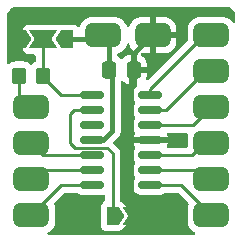
<source format=gbr>
%TF.GenerationSoftware,KiCad,Pcbnew,6.0.6-3a73a75311~116~ubuntu20.04.1*%
%TF.CreationDate,2022-07-03T10:11:37+02:00*%
%TF.ProjectId,MD_Mod,4d445f4d-6f64-42e6-9b69-6361645f7063,rev?*%
%TF.SameCoordinates,Original*%
%TF.FileFunction,Copper,L1,Top*%
%TF.FilePolarity,Positive*%
%FSLAX46Y46*%
G04 Gerber Fmt 4.6, Leading zero omitted, Abs format (unit mm)*
G04 Created by KiCad (PCBNEW 6.0.6-3a73a75311~116~ubuntu20.04.1) date 2022-07-03 10:11:37*
%MOMM*%
%LPD*%
G01*
G04 APERTURE LIST*
G04 Aperture macros list*
%AMRoundRect*
0 Rectangle with rounded corners*
0 $1 Rounding radius*
0 $2 $3 $4 $5 $6 $7 $8 $9 X,Y pos of 4 corners*
0 Add a 4 corners polygon primitive as box body*
4,1,4,$2,$3,$4,$5,$6,$7,$8,$9,$2,$3,0*
0 Add four circle primitives for the rounded corners*
1,1,$1+$1,$2,$3*
1,1,$1+$1,$4,$5*
1,1,$1+$1,$6,$7*
1,1,$1+$1,$8,$9*
0 Add four rect primitives between the rounded corners*
20,1,$1+$1,$2,$3,$4,$5,0*
20,1,$1+$1,$4,$5,$6,$7,0*
20,1,$1+$1,$6,$7,$8,$9,0*
20,1,$1+$1,$8,$9,$2,$3,0*%
%AMFreePoly0*
4,1,6,1.000000,0.000000,0.500000,-0.750000,-0.500000,-0.750000,-0.500000,0.750000,0.500000,0.750000,1.000000,0.000000,1.000000,0.000000,$1*%
%AMFreePoly1*
4,1,7,0.700000,0.000000,1.200000,-0.750000,-1.200000,-0.750000,-0.700000,0.000000,-1.200000,0.750000,1.200000,0.750000,0.700000,0.000000,0.700000,0.000000,$1*%
%AMFreePoly2*
4,1,6,0.500000,-0.750000,-0.650000,-0.750000,-0.150000,0.000000,-0.650000,0.750000,0.500000,0.750000,0.500000,-0.750000,0.500000,-0.750000,$1*%
G04 Aperture macros list end*
%TA.AperFunction,SMDPad,CuDef*%
%ADD10RoundRect,0.500000X-1.000000X-0.500000X1.000000X-0.500000X1.000000X0.500000X-1.000000X0.500000X0*%
%TD*%
%TA.AperFunction,SMDPad,CuDef*%
%ADD11FreePoly0,0.000000*%
%TD*%
%TA.AperFunction,SMDPad,CuDef*%
%ADD12FreePoly1,0.000000*%
%TD*%
%TA.AperFunction,SMDPad,CuDef*%
%ADD13FreePoly0,180.000000*%
%TD*%
%TA.AperFunction,SMDPad,CuDef*%
%ADD14RoundRect,0.250000X-0.350000X-0.450000X0.350000X-0.450000X0.350000X0.450000X-0.350000X0.450000X0*%
%TD*%
%TA.AperFunction,SMDPad,CuDef*%
%ADD15FreePoly2,0.000000*%
%TD*%
%TA.AperFunction,SMDPad,CuDef*%
%ADD16RoundRect,0.150000X-0.825000X-0.150000X0.825000X-0.150000X0.825000X0.150000X-0.825000X0.150000X0*%
%TD*%
%TA.AperFunction,SMDPad,CuDef*%
%ADD17RoundRect,0.250000X-0.337500X-0.475000X0.337500X-0.475000X0.337500X0.475000X-0.337500X0.475000X0*%
%TD*%
%TA.AperFunction,Conductor*%
%ADD18C,0.400000*%
%TD*%
%TA.AperFunction,Conductor*%
%ADD19C,0.250000*%
%TD*%
G04 APERTURE END LIST*
D10*
%TO.P,J11,1,Pin_1*%
%TO.N,_VIDEO*%
X154940000Y-112268000D03*
%TD*%
%TO.P,J10,1,Pin_1*%
%TO.N,_LANGUAGE*%
X154940000Y-109220000D03*
%TD*%
%TO.P,J12,1,Pin_1*%
%TO.N,Net-(J12-Pad1)*%
X139700000Y-103124000D03*
%TD*%
%TO.P,J1,1,Pin_1*%
%TO.N,VCC*%
X145796000Y-97028000D03*
%TD*%
%TO.P,J5,1,Pin_1*%
%TO.N,RED*%
X139700000Y-106172000D03*
%TD*%
D11*
%TO.P,JP2,1,A*%
%TO.N,GND*%
X138716000Y-97383600D03*
D12*
%TO.P,JP2,2,C*%
%TO.N,LED_TYPE*%
X140716000Y-97383600D03*
D13*
%TO.P,JP2,3,B*%
%TO.N,VCC*%
X142716000Y-97383600D03*
%TD*%
D10*
%TO.P,J7,1,Pin_1*%
%TO.N,RESET_OUT*%
X154940000Y-106172000D03*
%TD*%
D14*
%TO.P,R1,1*%
%TO.N,Net-(J12-Pad1)*%
X138700000Y-100457000D03*
%TO.P,R1,2*%
%TO.N,LED_TYPE*%
X140700000Y-100457000D03*
%TD*%
D11*
%TO.P,JP1,1,A*%
%TO.N,MCD_MODE*%
X146595000Y-112323000D03*
D15*
%TO.P,JP1,2,B*%
%TO.N,GND*%
X148045000Y-112323000D03*
%TD*%
D10*
%TO.P,J2,1,Pin_1*%
%TO.N,GND*%
X149987000Y-97028000D03*
%TD*%
D16*
%TO.P,U1,1,PB5*%
%TO.N,LED_TYPE*%
X144845000Y-102108000D03*
%TO.P,U1,2,PB6*%
%TO.N,MCD_MODE*%
X144845000Y-103378000D03*
%TO.P,U1,3,PB7*%
%TO.N,unconnected-(U1-Pad3)*%
X144845000Y-104648000D03*
%TO.P,U1,4,VDD*%
%TO.N,VCC*%
X144845000Y-105918000D03*
%TO.P,U1,5,PA7*%
%TO.N,RED*%
X144845000Y-107188000D03*
%TO.P,U1,6,PA6*%
%TO.N,GREEN*%
X144845000Y-108458000D03*
%TO.P,U1,7,PA5*%
%TO.N,BLUE*%
X144845000Y-109728000D03*
%TO.P,U1,8,PA3*%
%TO.N,_VIDEO*%
X149795000Y-109728000D03*
%TO.P,U1,9,PA4*%
%TO.N,_LANGUAGE*%
X149795000Y-108458000D03*
%TO.P,U1,10,PA0*%
%TO.N,RESET_OUT*%
X149795000Y-107188000D03*
%TO.P,U1,11,GND*%
%TO.N,GND*%
X149795000Y-105918000D03*
%TO.P,U1,12,PB0*%
%TO.N,BUTTON*%
X149795000Y-104648000D03*
%TO.P,U1,13,PB1*%
%TO.N,VIDEO*%
X149795000Y-103378000D03*
%TO.P,U1,14,PB2*%
%TO.N,LANGUAGE*%
X149795000Y-102108000D03*
%TD*%
D10*
%TO.P,J8,1,Pin_1*%
%TO.N,LANGUAGE*%
X154940000Y-97028000D03*
%TD*%
%TO.P,J4,1,Pin_1*%
%TO.N,GREEN*%
X139700000Y-109220000D03*
%TD*%
%TO.P,J3,1,Pin_1*%
%TO.N,BLUE*%
X139700000Y-112268000D03*
%TD*%
%TO.P,J9,1,Pin_1*%
%TO.N,VIDEO*%
X154940000Y-100076000D03*
%TD*%
%TO.P,J6,1,Pin_1*%
%TO.N,BUTTON*%
X154940000Y-103124000D03*
%TD*%
D17*
%TO.P,C1,1*%
%TO.N,VCC*%
X146293250Y-99949000D03*
%TO.P,C1,2*%
%TO.N,GND*%
X148368250Y-99949000D03*
%TD*%
D18*
%TO.N,VCC*%
X142716000Y-97383600D02*
X145440400Y-97383600D01*
X146293250Y-97779250D02*
X145796000Y-97282000D01*
X146558000Y-100213750D02*
X146293250Y-99949000D01*
X146293250Y-99949000D02*
X146293250Y-97525250D01*
X145796000Y-105918000D02*
X146558000Y-105156000D01*
X144845000Y-105918000D02*
X145796000Y-105918000D01*
X146558000Y-105156000D02*
X146558000Y-100213750D01*
X145440400Y-97383600D02*
X145796000Y-97028000D01*
X146293250Y-97525250D02*
X145796000Y-97028000D01*
%TO.N,GND*%
X148172000Y-100145250D02*
X148368250Y-99949000D01*
X149987000Y-97028000D02*
X149860000Y-97028000D01*
X148172000Y-105754000D02*
X148172000Y-100145250D01*
X149860000Y-97028000D02*
X148368250Y-98519750D01*
X148368250Y-99949000D02*
X148368250Y-98519750D01*
X148172000Y-112323000D02*
X148172000Y-105754000D01*
X149795000Y-105918000D02*
X148336000Y-105918000D01*
X148336000Y-105918000D02*
X148172000Y-105754000D01*
D19*
%TO.N,RED*%
X144845000Y-107188000D02*
X140716000Y-107188000D01*
X140716000Y-107188000D02*
X139700000Y-106172000D01*
%TO.N,GREEN*%
X144845000Y-108458000D02*
X140462000Y-108458000D01*
X140462000Y-108458000D02*
X139700000Y-109220000D01*
%TO.N,BLUE*%
X144845000Y-109728000D02*
X142240000Y-109728000D01*
X142240000Y-109728000D02*
X139700000Y-112268000D01*
%TO.N,BUTTON*%
X154305000Y-103124000D02*
X154940000Y-103124000D01*
X153416000Y-104648000D02*
X154940000Y-103124000D01*
X149795000Y-104648000D02*
X153416000Y-104648000D01*
%TO.N,RESET_OUT*%
X154305000Y-106172000D02*
X154940000Y-106172000D01*
X153289000Y-107188000D02*
X154305000Y-106172000D01*
X149795000Y-107188000D02*
X153289000Y-107188000D01*
%TO.N,LANGUAGE*%
X149795000Y-102108000D02*
X149795000Y-101538000D01*
X154305000Y-97028000D02*
X154940000Y-97028000D01*
X149795000Y-101538000D02*
X154305000Y-97028000D01*
%TO.N,VIDEO*%
X154432000Y-100076000D02*
X154940000Y-100076000D01*
X149795000Y-103378000D02*
X151130000Y-103378000D01*
X151130000Y-103378000D02*
X154432000Y-100076000D01*
%TO.N,_LANGUAGE*%
X149795000Y-108458000D02*
X154178000Y-108458000D01*
X154178000Y-108458000D02*
X154940000Y-109220000D01*
%TO.N,_VIDEO*%
X149795000Y-109728000D02*
X152400000Y-109728000D01*
X152400000Y-109728000D02*
X154940000Y-112268000D01*
%TO.N,MCD_MODE*%
X143002000Y-103695500D02*
X143319500Y-103378000D01*
X143319500Y-103378000D02*
X144845000Y-103378000D01*
X145221072Y-103378000D02*
X144845000Y-103378000D01*
X143002000Y-106172000D02*
X143002000Y-103695500D01*
X146595000Y-107034500D02*
X146103020Y-106542520D01*
X146595000Y-112323000D02*
X146595000Y-107034500D01*
X143372520Y-106542520D02*
X143002000Y-106172000D01*
X146103020Y-106542520D02*
X143372520Y-106542520D01*
%TO.N,Net-(J12-Pad1)*%
X138700000Y-102124000D02*
X138700000Y-100457000D01*
X139700000Y-103124000D02*
X138700000Y-102124000D01*
%TO.N,LED_TYPE*%
X140700000Y-100568000D02*
X140700000Y-100457000D01*
X140700000Y-100457000D02*
X140700000Y-97399600D01*
X144845000Y-102108000D02*
X142240000Y-102108000D01*
X142240000Y-102108000D02*
X140700000Y-100568000D01*
%TD*%
%TA.AperFunction,Conductor*%
%TO.N,GND*%
G36*
X156180018Y-94617000D02*
G01*
X156194852Y-94619310D01*
X156194855Y-94619310D01*
X156203724Y-94620691D01*
X156213659Y-94619392D01*
X156214746Y-94619250D01*
X156243431Y-94618793D01*
X156316741Y-94626013D01*
X156346212Y-94628916D01*
X156370432Y-94633733D01*
X156489546Y-94669866D01*
X156512355Y-94679315D01*
X156622124Y-94737987D01*
X156642655Y-94751705D01*
X156738876Y-94830671D01*
X156756329Y-94848124D01*
X156835295Y-94944345D01*
X156849013Y-94964876D01*
X156907685Y-95074645D01*
X156917134Y-95097454D01*
X156953267Y-95216568D01*
X156958084Y-95240789D01*
X156967541Y-95336809D01*
X156967091Y-95352868D01*
X156967800Y-95352877D01*
X156967690Y-95361853D01*
X156966309Y-95370724D01*
X156967473Y-95379626D01*
X156967473Y-95379628D01*
X156970436Y-95402283D01*
X156971500Y-95418621D01*
X156971500Y-95841158D01*
X156951498Y-95909279D01*
X156897842Y-95955772D01*
X156827568Y-95965876D01*
X156762988Y-95936382D01*
X156740796Y-95911252D01*
X156723073Y-95884777D01*
X156583223Y-95744927D01*
X156578104Y-95741500D01*
X156578099Y-95741496D01*
X156423996Y-95638334D01*
X156423992Y-95638332D01*
X156418873Y-95634905D01*
X156236284Y-95558900D01*
X156230248Y-95557683D01*
X156230245Y-95557682D01*
X156046996Y-95520733D01*
X156046995Y-95520733D01*
X156042408Y-95519808D01*
X156036328Y-95519500D01*
X153843672Y-95519500D01*
X153837592Y-95519808D01*
X153833005Y-95520733D01*
X153833004Y-95520733D01*
X153649755Y-95557682D01*
X153649752Y-95557683D01*
X153643716Y-95558900D01*
X153461127Y-95634905D01*
X153456008Y-95638332D01*
X153456004Y-95638334D01*
X153301901Y-95741496D01*
X153301896Y-95741500D01*
X153296777Y-95744927D01*
X153156927Y-95884777D01*
X153153500Y-95889896D01*
X153153496Y-95889901D01*
X153050334Y-96044004D01*
X153050332Y-96044008D01*
X153046905Y-96049127D01*
X152970900Y-96231716D01*
X152969684Y-96237748D01*
X152969682Y-96237755D01*
X152932897Y-96420189D01*
X152931808Y-96425592D01*
X152931500Y-96431672D01*
X152931500Y-97453405D01*
X152911498Y-97521526D01*
X152894595Y-97542500D01*
X149628077Y-100809018D01*
X149565765Y-100843044D01*
X149494950Y-100837979D01*
X149438114Y-100795432D01*
X149413303Y-100728912D01*
X149419389Y-100680255D01*
X149450888Y-100585290D01*
X149453755Y-100571914D01*
X149463422Y-100477562D01*
X149463750Y-100471146D01*
X149463750Y-100221115D01*
X149459275Y-100205876D01*
X149457885Y-100204671D01*
X149450202Y-100203000D01*
X148640365Y-100203000D01*
X148625126Y-100207475D01*
X148623921Y-100208865D01*
X148622250Y-100216548D01*
X148622250Y-101163884D01*
X148626725Y-101179123D01*
X148643214Y-101193411D01*
X148681598Y-101253137D01*
X148681598Y-101324134D01*
X148643215Y-101383860D01*
X148624854Y-101397081D01*
X148563193Y-101433547D01*
X148445547Y-101551193D01*
X148441511Y-101558017D01*
X148441509Y-101558020D01*
X148393522Y-101639162D01*
X148360855Y-101694399D01*
X148314438Y-101854169D01*
X148313934Y-101860574D01*
X148313933Y-101860579D01*
X148311693Y-101889042D01*
X148311500Y-101891498D01*
X148311500Y-102324502D01*
X148311693Y-102326950D01*
X148311693Y-102326958D01*
X148312277Y-102334372D01*
X148314438Y-102361831D01*
X148360855Y-102521601D01*
X148445547Y-102664807D01*
X148448229Y-102667489D01*
X148473502Y-102731861D01*
X148459600Y-102801484D01*
X148449428Y-102817312D01*
X148445547Y-102821193D01*
X148360855Y-102964399D01*
X148314438Y-103124169D01*
X148311500Y-103161498D01*
X148311500Y-103594502D01*
X148311693Y-103596950D01*
X148311693Y-103596958D01*
X148312546Y-103607789D01*
X148314438Y-103631831D01*
X148360855Y-103791601D01*
X148445547Y-103934807D01*
X148448229Y-103937489D01*
X148473502Y-104001861D01*
X148459600Y-104071484D01*
X148449428Y-104087312D01*
X148445547Y-104091193D01*
X148360855Y-104234399D01*
X148358644Y-104242010D01*
X148358643Y-104242012D01*
X148348300Y-104277614D01*
X148314438Y-104394169D01*
X148313934Y-104400574D01*
X148313933Y-104400579D01*
X148313422Y-104407073D01*
X148311500Y-104431498D01*
X148311500Y-104864502D01*
X148311693Y-104866950D01*
X148311693Y-104866958D01*
X148313766Y-104893289D01*
X148314438Y-104901831D01*
X148343472Y-105001769D01*
X148350052Y-105024415D01*
X148360855Y-105061601D01*
X148364892Y-105068427D01*
X148438702Y-105193232D01*
X148445547Y-105204807D01*
X148448487Y-105207747D01*
X148473820Y-105272266D01*
X148459921Y-105341889D01*
X148447874Y-105360636D01*
X148441910Y-105368324D01*
X148365352Y-105497779D01*
X148359107Y-105512210D01*
X148320061Y-105646605D01*
X148320101Y-105660706D01*
X148327370Y-105664000D01*
X151256878Y-105664000D01*
X151270409Y-105660027D01*
X151271544Y-105652129D01*
X151230893Y-105512210D01*
X151224648Y-105497779D01*
X151209189Y-105471639D01*
X151191730Y-105402823D01*
X151214247Y-105335491D01*
X151269591Y-105291022D01*
X151317643Y-105281500D01*
X152835956Y-105281500D01*
X152904077Y-105301502D01*
X152950570Y-105355158D01*
X152959470Y-105432404D01*
X152931808Y-105569592D01*
X152931500Y-105575672D01*
X152931500Y-106428500D01*
X152911498Y-106496621D01*
X152857842Y-106543114D01*
X152805500Y-106554500D01*
X151317643Y-106554500D01*
X151249522Y-106534498D01*
X151203029Y-106480842D01*
X151192925Y-106410568D01*
X151209189Y-106364361D01*
X151224648Y-106338221D01*
X151230893Y-106323790D01*
X151269939Y-106189395D01*
X151269899Y-106175294D01*
X151262630Y-106172000D01*
X148333122Y-106172000D01*
X148319591Y-106175973D01*
X148318456Y-106183871D01*
X148359107Y-106323790D01*
X148365352Y-106338221D01*
X148441911Y-106467677D01*
X148447871Y-106475360D01*
X148473820Y-106541444D01*
X148459922Y-106611067D01*
X148449579Y-106627161D01*
X148445547Y-106631193D01*
X148360855Y-106774399D01*
X148314438Y-106934169D01*
X148311500Y-106971498D01*
X148311500Y-107404502D01*
X148314438Y-107441831D01*
X148360855Y-107601601D01*
X148445547Y-107744807D01*
X148448229Y-107747489D01*
X148473502Y-107811861D01*
X148459600Y-107881484D01*
X148449428Y-107897312D01*
X148445547Y-107901193D01*
X148360855Y-108044399D01*
X148314438Y-108204169D01*
X148311500Y-108241498D01*
X148311500Y-108674502D01*
X148314438Y-108711831D01*
X148360855Y-108871601D01*
X148445547Y-109014807D01*
X148448229Y-109017489D01*
X148473502Y-109081861D01*
X148459600Y-109151484D01*
X148449428Y-109167312D01*
X148445547Y-109171193D01*
X148360855Y-109314399D01*
X148314438Y-109474169D01*
X148311500Y-109511498D01*
X148311500Y-109944502D01*
X148314438Y-109981831D01*
X148360855Y-110141601D01*
X148364892Y-110148427D01*
X148441509Y-110277980D01*
X148441511Y-110277983D01*
X148445547Y-110284807D01*
X148563193Y-110402453D01*
X148570017Y-110406489D01*
X148570020Y-110406491D01*
X148570614Y-110406842D01*
X148706399Y-110487145D01*
X148714010Y-110489356D01*
X148714012Y-110489357D01*
X148746210Y-110498711D01*
X148866169Y-110533562D01*
X148872574Y-110534066D01*
X148872579Y-110534067D01*
X148901042Y-110536307D01*
X148901050Y-110536307D01*
X148903498Y-110536500D01*
X150686502Y-110536500D01*
X150688950Y-110536307D01*
X150688958Y-110536307D01*
X150717421Y-110534067D01*
X150717426Y-110534066D01*
X150723831Y-110533562D01*
X150843790Y-110498711D01*
X150875988Y-110489357D01*
X150875990Y-110489356D01*
X150883601Y-110487145D01*
X151019386Y-110406842D01*
X151019980Y-110406491D01*
X151019983Y-110406489D01*
X151026807Y-110402453D01*
X151032416Y-110396844D01*
X151038675Y-110391989D01*
X151039844Y-110393496D01*
X151093167Y-110364379D01*
X151119950Y-110361500D01*
X152085406Y-110361500D01*
X152153527Y-110381502D01*
X152174501Y-110398405D01*
X152992645Y-111216549D01*
X153026671Y-111278861D01*
X153019874Y-111354064D01*
X152970900Y-111471716D01*
X152969683Y-111477752D01*
X152969682Y-111477755D01*
X152949569Y-111577506D01*
X152931808Y-111665592D01*
X152931500Y-111671672D01*
X152931500Y-112864328D01*
X152931808Y-112870408D01*
X152970900Y-113064284D01*
X153046905Y-113246873D01*
X153050332Y-113251992D01*
X153050334Y-113251996D01*
X153153496Y-113406099D01*
X153153500Y-113406104D01*
X153156927Y-113411223D01*
X153296777Y-113551073D01*
X153301896Y-113554500D01*
X153301901Y-113554504D01*
X153456004Y-113657666D01*
X153456008Y-113657668D01*
X153461127Y-113661095D01*
X153497358Y-113676177D01*
X153552559Y-113720820D01*
X153574862Y-113788222D01*
X153557185Y-113856983D01*
X153505138Y-113905271D01*
X153448935Y-113918500D01*
X141191065Y-113918500D01*
X141122944Y-113898498D01*
X141076451Y-113844842D01*
X141066347Y-113774568D01*
X141095841Y-113709988D01*
X141142641Y-113676177D01*
X141178873Y-113661095D01*
X141183992Y-113657668D01*
X141183996Y-113657666D01*
X141338099Y-113554504D01*
X141338104Y-113554500D01*
X141343223Y-113551073D01*
X141483073Y-113411223D01*
X141486500Y-113406104D01*
X141486504Y-113406099D01*
X141589666Y-113251996D01*
X141589668Y-113251992D01*
X141593095Y-113246873D01*
X141669100Y-113064284D01*
X141708192Y-112870408D01*
X141708500Y-112864328D01*
X141708500Y-111671672D01*
X141708192Y-111665592D01*
X141690431Y-111577506D01*
X141670318Y-111477755D01*
X141670317Y-111477752D01*
X141669100Y-111471716D01*
X141620126Y-111354064D01*
X141612413Y-111283490D01*
X141647355Y-111216549D01*
X142465499Y-110398405D01*
X142527811Y-110364379D01*
X142554594Y-110361500D01*
X143520050Y-110361500D01*
X143588171Y-110381502D01*
X143601271Y-110392059D01*
X143601325Y-110391989D01*
X143607584Y-110396844D01*
X143613193Y-110402453D01*
X143620017Y-110406489D01*
X143620020Y-110406491D01*
X143620614Y-110406842D01*
X143756399Y-110487145D01*
X143764010Y-110489356D01*
X143764012Y-110489357D01*
X143796210Y-110498711D01*
X143916169Y-110533562D01*
X143922574Y-110534066D01*
X143922579Y-110534067D01*
X143951042Y-110536307D01*
X143951050Y-110536307D01*
X143953498Y-110536500D01*
X145736502Y-110536500D01*
X145738950Y-110536307D01*
X145738958Y-110536307D01*
X145767421Y-110534067D01*
X145767426Y-110534066D01*
X145773831Y-110533562D01*
X145800349Y-110525858D01*
X145871342Y-110526060D01*
X145930959Y-110564614D01*
X145960268Y-110629278D01*
X145961500Y-110646855D01*
X145961500Y-110989637D01*
X145941498Y-111057758D01*
X145888522Y-111103660D01*
X145881589Y-111105696D01*
X145874008Y-111110568D01*
X145766159Y-111179878D01*
X145766156Y-111179880D01*
X145758579Y-111184750D01*
X145752678Y-111191560D01*
X145668726Y-111288445D01*
X145668724Y-111288448D01*
X145662824Y-111295257D01*
X145602081Y-111428266D01*
X145581271Y-111573000D01*
X145581271Y-113073000D01*
X145586500Y-113146111D01*
X145593383Y-113169552D01*
X145616087Y-113246873D01*
X145627696Y-113286411D01*
X145632567Y-113293990D01*
X145701878Y-113401841D01*
X145701880Y-113401844D01*
X145706750Y-113409421D01*
X145713560Y-113415322D01*
X145810445Y-113499274D01*
X145810448Y-113499276D01*
X145817257Y-113505176D01*
X145950266Y-113565919D01*
X146095000Y-113586729D01*
X147095000Y-113586729D01*
X147096964Y-113586605D01*
X147096968Y-113586605D01*
X147153080Y-113583066D01*
X147153084Y-113583065D01*
X147159557Y-113582657D01*
X147300528Y-113543824D01*
X147308188Y-113539081D01*
X147308191Y-113539080D01*
X147417187Y-113471594D01*
X147417189Y-113471593D01*
X147424850Y-113466849D01*
X147522448Y-113357966D01*
X148022448Y-112607966D01*
X148031782Y-112593442D01*
X148090282Y-112459431D01*
X148108656Y-112314368D01*
X148085418Y-112170004D01*
X148022448Y-112038034D01*
X147522448Y-111288034D01*
X147483250Y-111236579D01*
X147437264Y-111196732D01*
X147379555Y-111146726D01*
X147379552Y-111146724D01*
X147372743Y-111140824D01*
X147302158Y-111108589D01*
X147248502Y-111062096D01*
X147228500Y-110993975D01*
X147228500Y-107113267D01*
X147229027Y-107102084D01*
X147230702Y-107094591D01*
X147228562Y-107026500D01*
X147228500Y-107022543D01*
X147228500Y-106994644D01*
X147227996Y-106990653D01*
X147227063Y-106978811D01*
X147226834Y-106971498D01*
X147225674Y-106934611D01*
X147223462Y-106926997D01*
X147223461Y-106926992D01*
X147220023Y-106915159D01*
X147216012Y-106895795D01*
X147214467Y-106883564D01*
X147213474Y-106875703D01*
X147210557Y-106868336D01*
X147210556Y-106868331D01*
X147197198Y-106834592D01*
X147193354Y-106823365D01*
X147183230Y-106788522D01*
X147181018Y-106780907D01*
X147170707Y-106763472D01*
X147162012Y-106745724D01*
X147154552Y-106726883D01*
X147128564Y-106691113D01*
X147122048Y-106681193D01*
X147103580Y-106649965D01*
X147103578Y-106649962D01*
X147099542Y-106643138D01*
X147085221Y-106628817D01*
X147072380Y-106613783D01*
X147065132Y-106603807D01*
X147060472Y-106597393D01*
X147026407Y-106569212D01*
X147017626Y-106561222D01*
X146675282Y-106218877D01*
X146641257Y-106156565D01*
X146646322Y-106085749D01*
X146675283Y-106040687D01*
X147038520Y-105677450D01*
X147044785Y-105671596D01*
X147082660Y-105638555D01*
X147088385Y-105633561D01*
X147125114Y-105581300D01*
X147129046Y-105576005D01*
X147163791Y-105531694D01*
X147168477Y-105525718D01*
X147171602Y-105518796D01*
X147172964Y-105516548D01*
X147181368Y-105501815D01*
X147182622Y-105499476D01*
X147186990Y-105493261D01*
X147189749Y-105486185D01*
X147189751Y-105486181D01*
X147210200Y-105433731D01*
X147212749Y-105427666D01*
X147239045Y-105369427D01*
X147240429Y-105361962D01*
X147241226Y-105359418D01*
X147245859Y-105343152D01*
X147246521Y-105340572D01*
X147249282Y-105333491D01*
X147257622Y-105270143D01*
X147258653Y-105263629D01*
X147268912Y-105208278D01*
X147270296Y-105200813D01*
X147269558Y-105188004D01*
X147266709Y-105138602D01*
X147266500Y-105131349D01*
X147266500Y-101035974D01*
X147286502Y-100967853D01*
X147340158Y-100921360D01*
X147410432Y-100911256D01*
X147475012Y-100940750D01*
X147481518Y-100946801D01*
X147552579Y-101017739D01*
X147563990Y-101026751D01*
X147701993Y-101111816D01*
X147715174Y-101117963D01*
X147869460Y-101169138D01*
X147882836Y-101172005D01*
X147977188Y-101181672D01*
X147983604Y-101182000D01*
X148096135Y-101182000D01*
X148111374Y-101177525D01*
X148112579Y-101176135D01*
X148114250Y-101168452D01*
X148114250Y-98734116D01*
X148109775Y-98718877D01*
X148108385Y-98717672D01*
X148100702Y-98716001D01*
X147983655Y-98716001D01*
X147977136Y-98716338D01*
X147881544Y-98726257D01*
X147868150Y-98729149D01*
X147713966Y-98780588D01*
X147700788Y-98786761D01*
X147562943Y-98872063D01*
X147551542Y-98881099D01*
X147437012Y-98995828D01*
X147429956Y-99004762D01*
X147372038Y-99045823D01*
X147301115Y-99049053D01*
X147239704Y-99013426D01*
X147232904Y-99005593D01*
X147229228Y-98999652D01*
X147104053Y-98874695D01*
X147097819Y-98870852D01*
X147061633Y-98848546D01*
X147014140Y-98795774D01*
X147001750Y-98741287D01*
X147001750Y-98617385D01*
X147021752Y-98549264D01*
X147075408Y-98502771D01*
X147088173Y-98497929D01*
X147092284Y-98497100D01*
X147097973Y-98494732D01*
X147097979Y-98494730D01*
X147269182Y-98423464D01*
X147274873Y-98421095D01*
X147279992Y-98417668D01*
X147279996Y-98417666D01*
X147434099Y-98314504D01*
X147434104Y-98314500D01*
X147439223Y-98311073D01*
X147579073Y-98171223D01*
X147582501Y-98166103D01*
X147582504Y-98166099D01*
X147685666Y-98011996D01*
X147685668Y-98011992D01*
X147689095Y-98006873D01*
X147765100Y-97824284D01*
X147768241Y-97808704D01*
X147801311Y-97745883D01*
X147863097Y-97710912D01*
X147933982Y-97714897D01*
X147991460Y-97756572D01*
X148015269Y-97808702D01*
X148017163Y-97818096D01*
X148020752Y-97829833D01*
X148091978Y-98000943D01*
X148097778Y-98011759D01*
X148200885Y-98165779D01*
X148208678Y-98175266D01*
X148339734Y-98306322D01*
X148349221Y-98314115D01*
X148503241Y-98417222D01*
X148514049Y-98423017D01*
X148650192Y-98479688D01*
X148705395Y-98524333D01*
X148727698Y-98591735D01*
X148710021Y-98660496D01*
X148657974Y-98708784D01*
X148637269Y-98716909D01*
X148625126Y-98720474D01*
X148623921Y-98721865D01*
X148622250Y-98729548D01*
X148622250Y-99676885D01*
X148626725Y-99692124D01*
X148628115Y-99693329D01*
X148635798Y-99695000D01*
X149445634Y-99695000D01*
X149460873Y-99690525D01*
X149462078Y-99689135D01*
X149463749Y-99681452D01*
X149463749Y-99426905D01*
X149463412Y-99420386D01*
X149453493Y-99324794D01*
X149450601Y-99311400D01*
X149399162Y-99157216D01*
X149392989Y-99144038D01*
X149307687Y-99006193D01*
X149298651Y-98994792D01*
X149183921Y-98880261D01*
X149172510Y-98871249D01*
X149034507Y-98786184D01*
X149014693Y-98776944D01*
X149015819Y-98774528D01*
X148967656Y-98741160D01*
X148940421Y-98675595D01*
X148952956Y-98605714D01*
X149001281Y-98553703D01*
X149065685Y-98536000D01*
X149714885Y-98536000D01*
X149730124Y-98531525D01*
X149731329Y-98530135D01*
X149733000Y-98522452D01*
X149733000Y-98517885D01*
X150241000Y-98517885D01*
X150245475Y-98533124D01*
X150246865Y-98534329D01*
X150254548Y-98536000D01*
X151081681Y-98536000D01*
X151084733Y-98535923D01*
X151093945Y-98534767D01*
X151277091Y-98497838D01*
X151288833Y-98494248D01*
X151459943Y-98423022D01*
X151470759Y-98417222D01*
X151624779Y-98314115D01*
X151634266Y-98306322D01*
X151765322Y-98175266D01*
X151773115Y-98165779D01*
X151876222Y-98011759D01*
X151882022Y-98000943D01*
X151953248Y-97829833D01*
X151956838Y-97818091D01*
X151993767Y-97634945D01*
X151994923Y-97625733D01*
X151995000Y-97622681D01*
X151995000Y-97300115D01*
X151990525Y-97284876D01*
X151989135Y-97283671D01*
X151981452Y-97282000D01*
X150259115Y-97282000D01*
X150243876Y-97286475D01*
X150242671Y-97287865D01*
X150241000Y-97295548D01*
X150241000Y-98517885D01*
X149733000Y-98517885D01*
X149733000Y-96755885D01*
X150241000Y-96755885D01*
X150245475Y-96771124D01*
X150246865Y-96772329D01*
X150254548Y-96774000D01*
X151976885Y-96774000D01*
X151992124Y-96769525D01*
X151993329Y-96768135D01*
X151995000Y-96760452D01*
X151995000Y-96433319D01*
X151994923Y-96430267D01*
X151993767Y-96421055D01*
X151956838Y-96237909D01*
X151953248Y-96226167D01*
X151882022Y-96055057D01*
X151876222Y-96044241D01*
X151773115Y-95890221D01*
X151765322Y-95880734D01*
X151634266Y-95749678D01*
X151624779Y-95741885D01*
X151470759Y-95638778D01*
X151459943Y-95632978D01*
X151288833Y-95561752D01*
X151277091Y-95558162D01*
X151093945Y-95521233D01*
X151084733Y-95520077D01*
X151081681Y-95520000D01*
X150259115Y-95520000D01*
X150243876Y-95524475D01*
X150242671Y-95525865D01*
X150241000Y-95533548D01*
X150241000Y-96755885D01*
X149733000Y-96755885D01*
X149733000Y-95538115D01*
X149728525Y-95522876D01*
X149727135Y-95521671D01*
X149719452Y-95520000D01*
X148892319Y-95520000D01*
X148889267Y-95520077D01*
X148880055Y-95521233D01*
X148696909Y-95558162D01*
X148685167Y-95561752D01*
X148514057Y-95632978D01*
X148503241Y-95638778D01*
X148349221Y-95741885D01*
X148339734Y-95749678D01*
X148208678Y-95880734D01*
X148200885Y-95890221D01*
X148097778Y-96044241D01*
X148091978Y-96055057D01*
X148020752Y-96226167D01*
X148017163Y-96237904D01*
X148015269Y-96247298D01*
X147982195Y-96310120D01*
X147920408Y-96345089D01*
X147849523Y-96341102D01*
X147792047Y-96299424D01*
X147768242Y-96247296D01*
X147765100Y-96231716D01*
X147689095Y-96049127D01*
X147685668Y-96044008D01*
X147685666Y-96044004D01*
X147582504Y-95889901D01*
X147582500Y-95889896D01*
X147579073Y-95884777D01*
X147439223Y-95744927D01*
X147434104Y-95741500D01*
X147434099Y-95741496D01*
X147279996Y-95638334D01*
X147279992Y-95638332D01*
X147274873Y-95634905D01*
X147092284Y-95558900D01*
X147086248Y-95557683D01*
X147086245Y-95557682D01*
X146902996Y-95520733D01*
X146902995Y-95520733D01*
X146898408Y-95519808D01*
X146892328Y-95519500D01*
X144699672Y-95519500D01*
X144693592Y-95519808D01*
X144689005Y-95520733D01*
X144689004Y-95520733D01*
X144505755Y-95557682D01*
X144505752Y-95557683D01*
X144499716Y-95558900D01*
X144317127Y-95634905D01*
X144312008Y-95638332D01*
X144312004Y-95638334D01*
X144157901Y-95741496D01*
X144157896Y-95741500D01*
X144152777Y-95744927D01*
X144012927Y-95884777D01*
X144009500Y-95889896D01*
X144009496Y-95889901D01*
X143906334Y-96044004D01*
X143906332Y-96044008D01*
X143902905Y-96049127D01*
X143826900Y-96231716D01*
X143825684Y-96237748D01*
X143825681Y-96237759D01*
X143824555Y-96243343D01*
X143791481Y-96306165D01*
X143729693Y-96341133D01*
X143658809Y-96337145D01*
X143607339Y-96301986D01*
X143604250Y-96297179D01*
X143558996Y-96257966D01*
X143500555Y-96207326D01*
X143500552Y-96207324D01*
X143493743Y-96201424D01*
X143360734Y-96140681D01*
X143216000Y-96119871D01*
X142216000Y-96119871D01*
X142214036Y-96119995D01*
X142214032Y-96119995D01*
X142157920Y-96123534D01*
X142157916Y-96123535D01*
X142151443Y-96123943D01*
X142145189Y-96125666D01*
X142145188Y-96125666D01*
X142142524Y-96126400D01*
X142105768Y-96136525D01*
X142054376Y-96139767D01*
X141916000Y-96119871D01*
X139516000Y-96119871D01*
X139513487Y-96120072D01*
X139513486Y-96120072D01*
X139441355Y-96125840D01*
X139441353Y-96125840D01*
X139434355Y-96126400D01*
X139427650Y-96128492D01*
X139427649Y-96128492D01*
X139392691Y-96139398D01*
X139294767Y-96169948D01*
X139173103Y-96251057D01*
X139079218Y-96363158D01*
X139075614Y-96371413D01*
X139075612Y-96371417D01*
X139024324Y-96488908D01*
X139020718Y-96497169D01*
X139002344Y-96642232D01*
X139025582Y-96786596D01*
X139088552Y-96918566D01*
X139351980Y-97313708D01*
X139373124Y-97381483D01*
X139351980Y-97453492D01*
X139108807Y-97818252D01*
X139088552Y-97848634D01*
X139048696Y-97920189D01*
X139007500Y-98060489D01*
X139007500Y-98206711D01*
X139010038Y-98215354D01*
X139010038Y-98215355D01*
X139038144Y-98311073D01*
X139048696Y-98347011D01*
X139053567Y-98354590D01*
X139122878Y-98462441D01*
X139122880Y-98462444D01*
X139127750Y-98470021D01*
X139134560Y-98475922D01*
X139231445Y-98559874D01*
X139231448Y-98559876D01*
X139238257Y-98565776D01*
X139371266Y-98626519D01*
X139380189Y-98627802D01*
X139396100Y-98630090D01*
X139516000Y-98647329D01*
X139940500Y-98647329D01*
X140008621Y-98667331D01*
X140055114Y-98720987D01*
X140066500Y-98773329D01*
X140066500Y-99220219D01*
X140046498Y-99288340D01*
X140006803Y-99327363D01*
X139875652Y-99408522D01*
X139870479Y-99413704D01*
X139789216Y-99495109D01*
X139726934Y-99529188D01*
X139656114Y-99524185D01*
X139611025Y-99495264D01*
X139528483Y-99412866D01*
X139523303Y-99407695D01*
X139472795Y-99376561D01*
X139378968Y-99318725D01*
X139378966Y-99318724D01*
X139372738Y-99314885D01*
X139266706Y-99279716D01*
X139211389Y-99261368D01*
X139211387Y-99261368D01*
X139204861Y-99259203D01*
X139198025Y-99258503D01*
X139198022Y-99258502D01*
X139154969Y-99254091D01*
X139100400Y-99248500D01*
X138299600Y-99248500D01*
X138296354Y-99248837D01*
X138296350Y-99248837D01*
X138200692Y-99258762D01*
X138200688Y-99258763D01*
X138193834Y-99259474D01*
X138187298Y-99261655D01*
X138187296Y-99261655D01*
X138107312Y-99288340D01*
X138026054Y-99315450D01*
X137943463Y-99366559D01*
X137881879Y-99404668D01*
X137881876Y-99404671D01*
X137875652Y-99408522D01*
X137871963Y-99412217D01*
X137806954Y-99438530D01*
X137737190Y-99425359D01*
X137685621Y-99376561D01*
X137668500Y-99313147D01*
X137668500Y-95430250D01*
X137670246Y-95409345D01*
X137672770Y-95394344D01*
X137672770Y-95394341D01*
X137673576Y-95389552D01*
X137673729Y-95377000D01*
X137672788Y-95370429D01*
X137672123Y-95340218D01*
X137681916Y-95240789D01*
X137686733Y-95216568D01*
X137722866Y-95097454D01*
X137732315Y-95074645D01*
X137790987Y-94964876D01*
X137804705Y-94944345D01*
X137883671Y-94848124D01*
X137901124Y-94830671D01*
X137997345Y-94751705D01*
X138017876Y-94737987D01*
X138127645Y-94679315D01*
X138150454Y-94669866D01*
X138269568Y-94633733D01*
X138293789Y-94628916D01*
X138389809Y-94619459D01*
X138405868Y-94619909D01*
X138405877Y-94619200D01*
X138414853Y-94619310D01*
X138423724Y-94620691D01*
X138432626Y-94619527D01*
X138432628Y-94619527D01*
X138449059Y-94617378D01*
X138455286Y-94616564D01*
X138471621Y-94615500D01*
X156160633Y-94615500D01*
X156180018Y-94617000D01*
G37*
%TD.AperFunction*%
%TD*%
M02*

</source>
